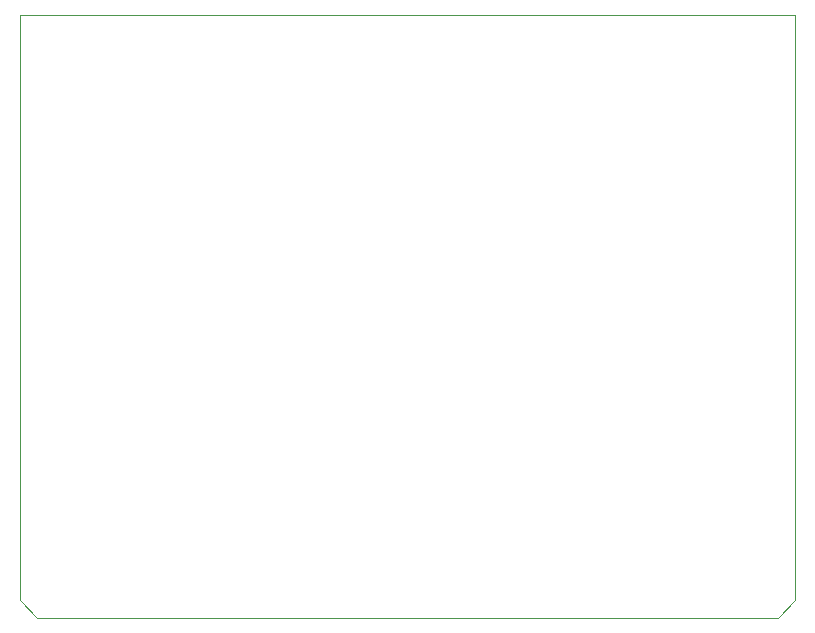
<source format=gbr>
%TF.GenerationSoftware,KiCad,Pcbnew,(5.1.10)-1*%
%TF.CreationDate,2022-07-02T15:45:43+09:00*%
%TF.ProjectId,DriveUnit_B-series(ver1.0),44726976-6555-46e6-9974-5f422d736572,rev?*%
%TF.SameCoordinates,Original*%
%TF.FileFunction,Profile,NP*%
%FSLAX46Y46*%
G04 Gerber Fmt 4.6, Leading zero omitted, Abs format (unit mm)*
G04 Created by KiCad (PCBNEW (5.1.10)-1) date 2022-07-02 15:45:43*
%MOMM*%
%LPD*%
G01*
G04 APERTURE LIST*
%TA.AperFunction,Profile*%
%ADD10C,0.050000*%
%TD*%
G04 APERTURE END LIST*
D10*
X115661100Y-79503600D02*
X115661100Y-129003600D01*
X115661100Y-129003600D02*
X117161100Y-130503600D01*
X117161100Y-130503600D02*
X179841100Y-130503600D01*
X179841100Y-130503600D02*
X181341100Y-129003600D01*
X181341100Y-129003600D02*
X181341100Y-79503600D01*
X181341100Y-79503600D02*
X115661100Y-79503600D01*
M02*

</source>
